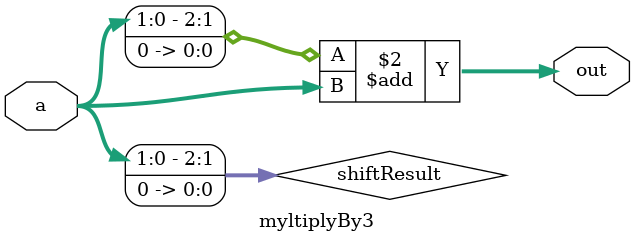
<source format=sv>
`timescale 1ns / 1ps


module myltiplyBy3(
    input logic [1:0]a ,
    output logic [3:0]out
    );
    /*logic [2:0] temp ;
    logic c , carry;
    struct_2bit_adder first(a , a , temp[1:0] , carry) ;
    struct_2bit_adder second(a , temp[1:0] , out[1:0] , c) ;
    struct_fAdder f3(c , carry , 0 , temp[2] , c) ;
    assign out[2] = temp[2] ;
    assign out[3] = c ;*/
    /*logic carry ;
    struct_2bit_adder first(a , a ,  out[1:0] , carry) ;
    assign out[2] = carry ;
    struct_2bit_adder second(out[1:0] , a , out[1:0] , carry) ;
    struct_fAdder check(out[2] , carry , 1'b0 , out[2] , carry) ;
    assign out[3] = carry ;*/
    reg [2:0] shiftResult;

always @(*) begin
    // Left shift A by 1 bit to get 2A
    shiftResult = {a, 1'b0};

    // Add A and 2A to get 3A
    out = shiftResult + a;
end
    /*struct_fAdder first(a[0] , b[0] , 1'b0 , out[3] , carry) ;
    struct_fAdder second(a[1] , b[1], carry , out[2] , carry) ;
    struct_fAdder third(a[0] , b[0], carry , out[1] , carry) ;
    struct_fAdder fourth(a[1] , b[1], carry , out[0] , carry) ;*/
endmodule

</source>
